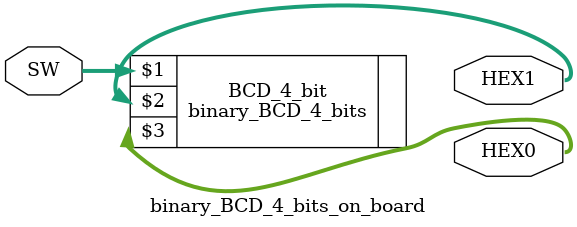
<source format=v>
module binary_BCD_4_bits_on_board(
											input [3:0] SW,
											output [0:6] HEX1, HEX0);
		 
		 binary_BCD_4_bits BCD_4_bit(SW[3:0], HEX1[0:6], HEX0[0:6]);
		 
endmodule

</source>
